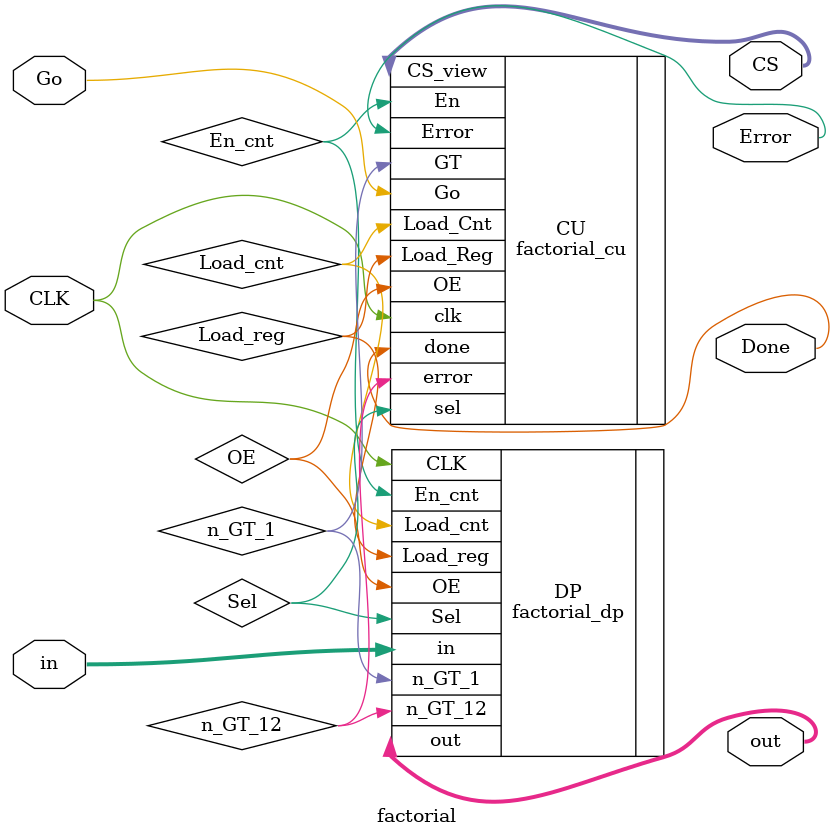
<source format=v>
module factorial(
    input [3:0] in,
    input CLK, Go,
    output [31:0] out,
    output [2:0] CS,
    output Done, Error
    );
    
    wire n_GT_1, n_GT_12;
    wire Sel, Load_cnt, En_cnt, Load_reg, OE;

    factorial_cu CU(
         .clk(CLK),
         .Go(Go),
         .GT(n_GT_1),
         .error(n_GT_12), 
         .sel(Sel), 
         .Load_Cnt(Load_cnt),
         .En(En_cnt), 
         .Load_Reg(Load_reg), 
         .OE(OE), 
         .done(Done),
         .Error(Error),
         .CS_view(CS)
    );
    
    factorial_dp DP(
        .CLK(CLK),
        .in(in),
        .Load_reg(Load_reg),
        .Load_cnt(Load_cnt),
        .En_cnt(En_cnt), 
        .OE(OE), 
        .Sel(Sel),
        .n_GT_1(n_GT_1), 
        .n_GT_12(n_GT_12),
        .out(out)
    );
endmodule

</source>
